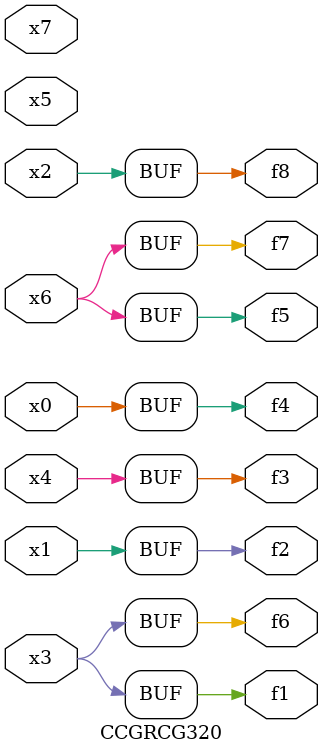
<source format=v>
module CCGRCG320(
	input x0, x1, x2, x3, x4, x5, x6, x7,
	output f1, f2, f3, f4, f5, f6, f7, f8
);
	assign f1 = x3;
	assign f2 = x1;
	assign f3 = x4;
	assign f4 = x0;
	assign f5 = x6;
	assign f6 = x3;
	assign f7 = x6;
	assign f8 = x2;
endmodule

</source>
